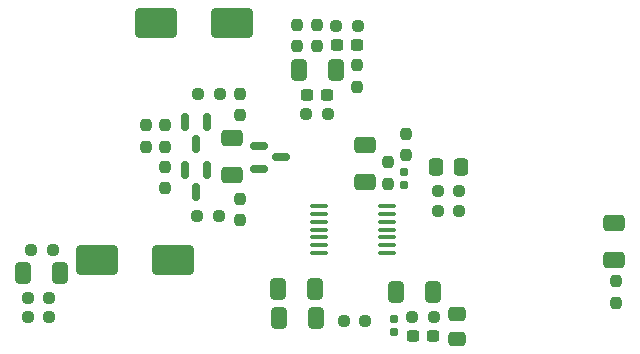
<source format=gbr>
%TF.GenerationSoftware,KiCad,Pcbnew,7.0.1*%
%TF.CreationDate,2023-05-10T23:06:59-04:00*%
%TF.ProjectId,reverb-driver,72657665-7262-42d6-9472-697665722e6b,rev?*%
%TF.SameCoordinates,Original*%
%TF.FileFunction,Paste,Top*%
%TF.FilePolarity,Positive*%
%FSLAX46Y46*%
G04 Gerber Fmt 4.6, Leading zero omitted, Abs format (unit mm)*
G04 Created by KiCad (PCBNEW 7.0.1) date 2023-05-10 23:06:59*
%MOMM*%
%LPD*%
G01*
G04 APERTURE LIST*
G04 Aperture macros list*
%AMRoundRect*
0 Rectangle with rounded corners*
0 $1 Rounding radius*
0 $2 $3 $4 $5 $6 $7 $8 $9 X,Y pos of 4 corners*
0 Add a 4 corners polygon primitive as box body*
4,1,4,$2,$3,$4,$5,$6,$7,$8,$9,$2,$3,0*
0 Add four circle primitives for the rounded corners*
1,1,$1+$1,$2,$3*
1,1,$1+$1,$4,$5*
1,1,$1+$1,$6,$7*
1,1,$1+$1,$8,$9*
0 Add four rect primitives between the rounded corners*
20,1,$1+$1,$2,$3,$4,$5,0*
20,1,$1+$1,$4,$5,$6,$7,0*
20,1,$1+$1,$6,$7,$8,$9,0*
20,1,$1+$1,$8,$9,$2,$3,0*%
G04 Aperture macros list end*
%ADD10RoundRect,0.100000X-0.637500X-0.100000X0.637500X-0.100000X0.637500X0.100000X-0.637500X0.100000X0*%
%ADD11RoundRect,0.237500X0.300000X0.237500X-0.300000X0.237500X-0.300000X-0.237500X0.300000X-0.237500X0*%
%ADD12RoundRect,0.237500X0.250000X0.237500X-0.250000X0.237500X-0.250000X-0.237500X0.250000X-0.237500X0*%
%ADD13RoundRect,0.237500X-0.300000X-0.237500X0.300000X-0.237500X0.300000X0.237500X-0.300000X0.237500X0*%
%ADD14RoundRect,0.237500X-0.250000X-0.237500X0.250000X-0.237500X0.250000X0.237500X-0.250000X0.237500X0*%
%ADD15RoundRect,0.237500X-0.237500X0.250000X-0.237500X-0.250000X0.237500X-0.250000X0.237500X0.250000X0*%
%ADD16RoundRect,0.250000X-0.412500X-0.650000X0.412500X-0.650000X0.412500X0.650000X-0.412500X0.650000X0*%
%ADD17RoundRect,0.237500X0.237500X-0.250000X0.237500X0.250000X-0.237500X0.250000X-0.237500X-0.250000X0*%
%ADD18RoundRect,0.250000X0.412500X0.650000X-0.412500X0.650000X-0.412500X-0.650000X0.412500X-0.650000X0*%
%ADD19RoundRect,0.155000X-0.155000X0.212500X-0.155000X-0.212500X0.155000X-0.212500X0.155000X0.212500X0*%
%ADD20RoundRect,0.150000X-0.150000X0.587500X-0.150000X-0.587500X0.150000X-0.587500X0.150000X0.587500X0*%
%ADD21RoundRect,0.150000X-0.587500X-0.150000X0.587500X-0.150000X0.587500X0.150000X-0.587500X0.150000X0*%
%ADD22RoundRect,0.250000X0.337500X0.475000X-0.337500X0.475000X-0.337500X-0.475000X0.337500X-0.475000X0*%
%ADD23RoundRect,0.250000X0.650000X-0.412500X0.650000X0.412500X-0.650000X0.412500X-0.650000X-0.412500X0*%
%ADD24RoundRect,0.250000X-0.650000X0.412500X-0.650000X-0.412500X0.650000X-0.412500X0.650000X0.412500X0*%
%ADD25RoundRect,0.250000X-1.500000X-1.000000X1.500000X-1.000000X1.500000X1.000000X-1.500000X1.000000X0*%
%ADD26RoundRect,0.250000X1.500000X1.000000X-1.500000X1.000000X-1.500000X-1.000000X1.500000X-1.000000X0*%
%ADD27RoundRect,0.250000X-0.475000X0.337500X-0.475000X-0.337500X0.475000X-0.337500X0.475000X0.337500X0*%
G04 APERTURE END LIST*
D10*
%TO.C,U1*%
X68137500Y-62850000D03*
X68137500Y-63500000D03*
X68137500Y-64150000D03*
X68137500Y-64800000D03*
X68137500Y-65450000D03*
X68137500Y-66100000D03*
X68137500Y-66750000D03*
X73862500Y-66750000D03*
X73862500Y-66100000D03*
X73862500Y-65450000D03*
X73862500Y-64800000D03*
X73862500Y-64150000D03*
X73862500Y-63500000D03*
X73862500Y-62850000D03*
%TD*%
D11*
%TO.C,C17*%
X71375000Y-49187500D03*
X69650000Y-49187500D03*
%TD*%
D12*
%TO.C,R13*%
X59625000Y-63637500D03*
X57800000Y-63637500D03*
%TD*%
D13*
%TO.C,C19*%
X67075000Y-53400000D03*
X68800000Y-53400000D03*
%TD*%
D11*
%TO.C,C11*%
X77800000Y-73800000D03*
X76075000Y-73800000D03*
%TD*%
D14*
%TO.C,R10*%
X78187500Y-63200000D03*
X80012500Y-63200000D03*
%TD*%
D15*
%TO.C,R1*%
X55100000Y-55987500D03*
X55100000Y-57812500D03*
%TD*%
D16*
%TO.C,C18*%
X66412500Y-51287500D03*
X69537500Y-51287500D03*
%TD*%
D17*
%TO.C,R5*%
X53500000Y-57812500D03*
X53500000Y-55987500D03*
%TD*%
D15*
%TO.C,R3*%
X61400000Y-53287500D03*
X61400000Y-55112500D03*
%TD*%
D18*
%TO.C,C15*%
X67825000Y-69800000D03*
X64700000Y-69800000D03*
%TD*%
D12*
%TO.C,R20*%
X68887500Y-55000000D03*
X67062500Y-55000000D03*
%TD*%
D19*
%TO.C,C6*%
X75300000Y-59932500D03*
X75300000Y-61067500D03*
%TD*%
D17*
%TO.C,R19*%
X66275000Y-49300000D03*
X66275000Y-47475000D03*
%TD*%
D18*
%TO.C,C16*%
X67862500Y-72300000D03*
X64737500Y-72300000D03*
%TD*%
D20*
%TO.C,Q1*%
X58650000Y-55657500D03*
X56750000Y-55657500D03*
X57700000Y-57532500D03*
%TD*%
D15*
%TO.C,R18*%
X67975000Y-47475000D03*
X67975000Y-49300000D03*
%TD*%
D14*
%TO.C,R17*%
X69575000Y-47587500D03*
X71400000Y-47587500D03*
%TD*%
D20*
%TO.C,Q2*%
X58650000Y-59762500D03*
X56750000Y-59762500D03*
X57700000Y-61637500D03*
%TD*%
D15*
%TO.C,R4*%
X61400000Y-62187500D03*
X61400000Y-64012500D03*
%TD*%
D21*
%TO.C,D1*%
X63025000Y-57750000D03*
X63025000Y-59650000D03*
X64900000Y-58700000D03*
%TD*%
D22*
%TO.C,C5*%
X80137500Y-59500000D03*
X78062500Y-59500000D03*
%TD*%
D23*
%TO.C,C7*%
X72000000Y-60762500D03*
X72000000Y-57637500D03*
%TD*%
D24*
%TO.C,C2*%
X60800000Y-57075000D03*
X60800000Y-60200000D03*
%TD*%
D15*
%TO.C,R2*%
X55100000Y-59500000D03*
X55100000Y-61325000D03*
%TD*%
%TO.C,R21*%
X71375000Y-50875000D03*
X71375000Y-52700000D03*
%TD*%
D14*
%TO.C,R12*%
X57907500Y-53287500D03*
X59732500Y-53287500D03*
%TD*%
D25*
%TO.C,C9*%
X54292500Y-47300000D03*
X60792500Y-47300000D03*
%TD*%
D15*
%TO.C,R9*%
X74000000Y-59087500D03*
X74000000Y-60912500D03*
%TD*%
D12*
%TO.C,R6*%
X45612500Y-66500000D03*
X43787500Y-66500000D03*
%TD*%
%TO.C,R16*%
X45300000Y-72200000D03*
X43475000Y-72200000D03*
%TD*%
%TO.C,R15*%
X45300000Y-70600000D03*
X43475000Y-70600000D03*
%TD*%
D17*
%TO.C,R8*%
X75500000Y-58512500D03*
X75500000Y-56687500D03*
%TD*%
D14*
%TO.C,R11*%
X78187500Y-61500000D03*
X80012500Y-61500000D03*
%TD*%
D17*
%TO.C,R7*%
X93300000Y-70987500D03*
X93300000Y-69162500D03*
%TD*%
D16*
%TO.C,C3*%
X43075000Y-68500000D03*
X46200000Y-68500000D03*
%TD*%
D26*
%TO.C,C8*%
X55800000Y-67400000D03*
X49300000Y-67400000D03*
%TD*%
D24*
%TO.C,C10*%
X93100000Y-64237500D03*
X93100000Y-67362500D03*
%TD*%
D19*
%TO.C,C1*%
X74500000Y-72365000D03*
X74500000Y-73500000D03*
%TD*%
D14*
%TO.C,R14*%
X76045000Y-72200000D03*
X77870000Y-72200000D03*
%TD*%
%TO.C,R22*%
X70232500Y-72585000D03*
X72057500Y-72585000D03*
%TD*%
D27*
%TO.C,C14*%
X79800000Y-71962500D03*
X79800000Y-74037500D03*
%TD*%
D18*
%TO.C,C4*%
X77762500Y-70100000D03*
X74637500Y-70100000D03*
%TD*%
M02*

</source>
